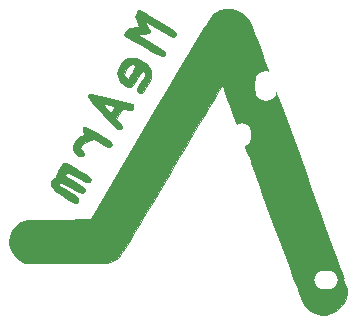
<source format=gbo>
G04 #@! TF.FileFunction,Legend,Bot*
%FSLAX46Y46*%
G04 Gerber Fmt 4.6, Leading zero omitted, Abs format (unit mm)*
G04 Created by KiCad (PCBNEW (2015-01-16 BZR 5376)-product) date 28/04/2015 16:45:27*
%MOMM*%
G01*
G04 APERTURE LIST*
%ADD10C,0.100000*%
%ADD11C,4.000000*%
%ADD12R,1.300000X1.300000*%
%ADD13C,1.300000*%
%ADD14O,1.800000X2.600000*%
%ADD15O,1.524000X2.000000*%
%ADD16O,2.000000X1.540000*%
%ADD17R,1.727200X1.727200*%
%ADD18O,1.727200X1.727200*%
G04 APERTURE END LIST*
D10*
G36*
X140631333Y-106510666D02*
X140710689Y-107008318D01*
X140930179Y-107482024D01*
X141261933Y-107886644D01*
X141652150Y-108164123D01*
X141741827Y-108205919D01*
X141842415Y-108240103D01*
X141970902Y-108267438D01*
X142144272Y-108288685D01*
X142379510Y-108304606D01*
X142693603Y-108315961D01*
X143103535Y-108323514D01*
X143626292Y-108328025D01*
X144278860Y-108330256D01*
X145078225Y-108330968D01*
X145374135Y-108331000D01*
X146413510Y-108328420D01*
X147285675Y-108320647D01*
X147992672Y-108307627D01*
X148536548Y-108289307D01*
X148919345Y-108265634D01*
X149143109Y-108236557D01*
X149157387Y-108233206D01*
X149595417Y-108036103D01*
X149897449Y-107788706D01*
X150003428Y-107656924D01*
X150179819Y-107400468D01*
X150428112Y-107016896D01*
X150749793Y-106503769D01*
X151146352Y-105858644D01*
X151619276Y-105079083D01*
X152170054Y-104162644D01*
X152800173Y-103106885D01*
X153511122Y-101909367D01*
X154304389Y-100567649D01*
X154432126Y-100351166D01*
X155024722Y-99347501D01*
X155593325Y-98386180D01*
X156132018Y-97477115D01*
X156634881Y-96630218D01*
X157095996Y-95855399D01*
X157509445Y-95162570D01*
X157869307Y-94561643D01*
X158169665Y-94062527D01*
X158404600Y-93675136D01*
X158568192Y-93409380D01*
X158654524Y-93275170D01*
X158666614Y-93260333D01*
X158701768Y-93338240D01*
X158791186Y-93565359D01*
X158931194Y-93931791D01*
X159118121Y-94427635D01*
X159348294Y-95042990D01*
X159618039Y-95767955D01*
X159923684Y-96592630D01*
X160261557Y-97507114D01*
X160627985Y-98501507D01*
X161019294Y-99565907D01*
X161431813Y-100690414D01*
X161861869Y-101865128D01*
X162082184Y-102467833D01*
X162651830Y-104024843D01*
X163166493Y-105427020D01*
X163627956Y-106679063D01*
X164038002Y-107785675D01*
X164398411Y-108751556D01*
X164710967Y-109581409D01*
X164977450Y-110279934D01*
X165199644Y-110851833D01*
X165379329Y-111301807D01*
X165518288Y-111634558D01*
X165618303Y-111854787D01*
X165681155Y-111967195D01*
X165684322Y-111971287D01*
X166061113Y-112313767D01*
X166534345Y-112554523D01*
X167053828Y-112676522D01*
X167569370Y-112662732D01*
X167663918Y-112643070D01*
X168134756Y-112481333D01*
X168513745Y-112228014D01*
X168764491Y-111970342D01*
X169066918Y-111492712D01*
X169219751Y-110956010D01*
X169222739Y-110466850D01*
X169189845Y-110352976D01*
X169102757Y-110091310D01*
X168965536Y-109693061D01*
X168782245Y-109169432D01*
X168556945Y-108531631D01*
X168293698Y-107790863D01*
X167996566Y-106958335D01*
X167669611Y-106045252D01*
X167316896Y-105062821D01*
X166942481Y-104022247D01*
X166550430Y-102934736D01*
X166144804Y-101811495D01*
X165729665Y-100663730D01*
X165309075Y-99502646D01*
X164887096Y-98339449D01*
X164467791Y-97185346D01*
X164055220Y-96051542D01*
X163653446Y-94949244D01*
X163266532Y-93889658D01*
X162898538Y-92883989D01*
X162553528Y-91943443D01*
X162235562Y-91079227D01*
X161948704Y-90302547D01*
X161697014Y-89624608D01*
X161484556Y-89056617D01*
X161315390Y-88609780D01*
X161193580Y-88295301D01*
X161127353Y-88133698D01*
X160827979Y-87629135D01*
X160437781Y-87231093D01*
X159982586Y-86947591D01*
X159488219Y-86786645D01*
X158980507Y-86756272D01*
X158485274Y-86864490D01*
X158028347Y-87119315D01*
X157981086Y-87157008D01*
X157905456Y-87241739D01*
X157781511Y-87412720D01*
X157606118Y-87675103D01*
X157376147Y-88034039D01*
X157088466Y-88494676D01*
X156739943Y-89062166D01*
X156327449Y-89741659D01*
X155847850Y-90538305D01*
X155298017Y-91457254D01*
X154674817Y-92503658D01*
X153975120Y-93682665D01*
X153195794Y-94999427D01*
X152604752Y-95999881D01*
X147531666Y-104592597D01*
X144780000Y-104620298D01*
X144022785Y-104628333D01*
X143415459Y-104636453D01*
X142938579Y-104646010D01*
X142572704Y-104658355D01*
X142298394Y-104674840D01*
X142096208Y-104696816D01*
X141946704Y-104725636D01*
X141830442Y-104762649D01*
X141727980Y-104809209D01*
X141676689Y-104836042D01*
X141244689Y-105152807D01*
X140910226Y-105571457D01*
X140697837Y-106052687D01*
X140631333Y-106510666D01*
X140631333Y-106510666D01*
X140631333Y-106510666D01*
G37*
X140631333Y-106510666D02*
X140710689Y-107008318D01*
X140930179Y-107482024D01*
X141261933Y-107886644D01*
X141652150Y-108164123D01*
X141741827Y-108205919D01*
X141842415Y-108240103D01*
X141970902Y-108267438D01*
X142144272Y-108288685D01*
X142379510Y-108304606D01*
X142693603Y-108315961D01*
X143103535Y-108323514D01*
X143626292Y-108328025D01*
X144278860Y-108330256D01*
X145078225Y-108330968D01*
X145374135Y-108331000D01*
X146413510Y-108328420D01*
X147285675Y-108320647D01*
X147992672Y-108307627D01*
X148536548Y-108289307D01*
X148919345Y-108265634D01*
X149143109Y-108236557D01*
X149157387Y-108233206D01*
X149595417Y-108036103D01*
X149897449Y-107788706D01*
X150003428Y-107656924D01*
X150179819Y-107400468D01*
X150428112Y-107016896D01*
X150749793Y-106503769D01*
X151146352Y-105858644D01*
X151619276Y-105079083D01*
X152170054Y-104162644D01*
X152800173Y-103106885D01*
X153511122Y-101909367D01*
X154304389Y-100567649D01*
X154432126Y-100351166D01*
X155024722Y-99347501D01*
X155593325Y-98386180D01*
X156132018Y-97477115D01*
X156634881Y-96630218D01*
X157095996Y-95855399D01*
X157509445Y-95162570D01*
X157869307Y-94561643D01*
X158169665Y-94062527D01*
X158404600Y-93675136D01*
X158568192Y-93409380D01*
X158654524Y-93275170D01*
X158666614Y-93260333D01*
X158701768Y-93338240D01*
X158791186Y-93565359D01*
X158931194Y-93931791D01*
X159118121Y-94427635D01*
X159348294Y-95042990D01*
X159618039Y-95767955D01*
X159923684Y-96592630D01*
X160261557Y-97507114D01*
X160627985Y-98501507D01*
X161019294Y-99565907D01*
X161431813Y-100690414D01*
X161861869Y-101865128D01*
X162082184Y-102467833D01*
X162651830Y-104024843D01*
X163166493Y-105427020D01*
X163627956Y-106679063D01*
X164038002Y-107785675D01*
X164398411Y-108751556D01*
X164710967Y-109581409D01*
X164977450Y-110279934D01*
X165199644Y-110851833D01*
X165379329Y-111301807D01*
X165518288Y-111634558D01*
X165618303Y-111854787D01*
X165681155Y-111967195D01*
X165684322Y-111971287D01*
X166061113Y-112313767D01*
X166534345Y-112554523D01*
X167053828Y-112676522D01*
X167569370Y-112662732D01*
X167663918Y-112643070D01*
X168134756Y-112481333D01*
X168513745Y-112228014D01*
X168764491Y-111970342D01*
X169066918Y-111492712D01*
X169219751Y-110956010D01*
X169222739Y-110466850D01*
X169189845Y-110352976D01*
X169102757Y-110091310D01*
X168965536Y-109693061D01*
X168782245Y-109169432D01*
X168556945Y-108531631D01*
X168293698Y-107790863D01*
X167996566Y-106958335D01*
X167669611Y-106045252D01*
X167316896Y-105062821D01*
X166942481Y-104022247D01*
X166550430Y-102934736D01*
X166144804Y-101811495D01*
X165729665Y-100663730D01*
X165309075Y-99502646D01*
X164887096Y-98339449D01*
X164467791Y-97185346D01*
X164055220Y-96051542D01*
X163653446Y-94949244D01*
X163266532Y-93889658D01*
X162898538Y-92883989D01*
X162553528Y-91943443D01*
X162235562Y-91079227D01*
X161948704Y-90302547D01*
X161697014Y-89624608D01*
X161484556Y-89056617D01*
X161315390Y-88609780D01*
X161193580Y-88295301D01*
X161127353Y-88133698D01*
X160827979Y-87629135D01*
X160437781Y-87231093D01*
X159982586Y-86947591D01*
X159488219Y-86786645D01*
X158980507Y-86756272D01*
X158485274Y-86864490D01*
X158028347Y-87119315D01*
X157981086Y-87157008D01*
X157905456Y-87241739D01*
X157781511Y-87412720D01*
X157606118Y-87675103D01*
X157376147Y-88034039D01*
X157088466Y-88494676D01*
X156739943Y-89062166D01*
X156327449Y-89741659D01*
X155847850Y-90538305D01*
X155298017Y-91457254D01*
X154674817Y-92503658D01*
X153975120Y-93682665D01*
X153195794Y-94999427D01*
X152604752Y-95999881D01*
X147531666Y-104592597D01*
X144780000Y-104620298D01*
X144022785Y-104628333D01*
X143415459Y-104636453D01*
X142938579Y-104646010D01*
X142572704Y-104658355D01*
X142298394Y-104674840D01*
X142096208Y-104696816D01*
X141946704Y-104725636D01*
X141830442Y-104762649D01*
X141727980Y-104809209D01*
X141676689Y-104836042D01*
X141244689Y-105152807D01*
X140910226Y-105571457D01*
X140697837Y-106052687D01*
X140631333Y-106510666D01*
X140631333Y-106510666D01*
G36*
X144189509Y-101633690D02*
X144215858Y-101811816D01*
X144320107Y-101984931D01*
X144520490Y-102175800D01*
X144835242Y-102407188D01*
X145201471Y-102649596D01*
X145559191Y-102874839D01*
X145873361Y-103061664D01*
X146113156Y-103192512D01*
X146247748Y-103249826D01*
X146257406Y-103251000D01*
X146393609Y-103183774D01*
X146472295Y-103083607D01*
X146508385Y-102975487D01*
X146482965Y-102867013D01*
X146378181Y-102740670D01*
X146176181Y-102578941D01*
X145859109Y-102364311D01*
X145518068Y-102147428D01*
X145211290Y-101950132D01*
X144966869Y-101783658D01*
X144815078Y-101669193D01*
X144780140Y-101631041D01*
X144850575Y-101570266D01*
X144961916Y-101529844D01*
X145125123Y-101544909D01*
X145394632Y-101653021D01*
X145782086Y-101859167D01*
X145927770Y-101943643D01*
X146331703Y-102169968D01*
X146621179Y-102300623D01*
X146818150Y-102340272D01*
X146944566Y-102293579D01*
X147018581Y-102175388D01*
X147036509Y-102077665D01*
X146997719Y-101979228D01*
X146882237Y-101862354D01*
X146670089Y-101709321D01*
X146341301Y-101502407D01*
X146088946Y-101350520D01*
X145766017Y-101151698D01*
X145505393Y-100979600D01*
X145336785Y-100854614D01*
X145288000Y-100800955D01*
X145359577Y-100728866D01*
X145494177Y-100677609D01*
X145643199Y-100677567D01*
X145854054Y-100749020D01*
X146154712Y-100903389D01*
X146404344Y-101049269D01*
X146835057Y-101291748D01*
X147150353Y-101428570D01*
X147364108Y-101463424D01*
X147490198Y-101400004D01*
X147519951Y-101346000D01*
X147543953Y-101236730D01*
X147514286Y-101130790D01*
X147412433Y-101011802D01*
X147219879Y-100863389D01*
X146918107Y-100669173D01*
X146488600Y-100412776D01*
X146418322Y-100371629D01*
X145978695Y-100119504D01*
X145659794Y-99949741D01*
X145440123Y-99852792D01*
X145298189Y-99819108D01*
X145215397Y-99837249D01*
X145081923Y-99984140D01*
X145047478Y-100071597D01*
X144967374Y-100242018D01*
X144856978Y-100380022D01*
X144734430Y-100586638D01*
X144695333Y-100782076D01*
X144640321Y-100999900D01*
X144486002Y-101117863D01*
X144306799Y-101267328D01*
X144222824Y-101427787D01*
X144189509Y-101633690D01*
X144189509Y-101633690D01*
X144189509Y-101633690D01*
G37*
X144189509Y-101633690D02*
X144215858Y-101811816D01*
X144320107Y-101984931D01*
X144520490Y-102175800D01*
X144835242Y-102407188D01*
X145201471Y-102649596D01*
X145559191Y-102874839D01*
X145873361Y-103061664D01*
X146113156Y-103192512D01*
X146247748Y-103249826D01*
X146257406Y-103251000D01*
X146393609Y-103183774D01*
X146472295Y-103083607D01*
X146508385Y-102975487D01*
X146482965Y-102867013D01*
X146378181Y-102740670D01*
X146176181Y-102578941D01*
X145859109Y-102364311D01*
X145518068Y-102147428D01*
X145211290Y-101950132D01*
X144966869Y-101783658D01*
X144815078Y-101669193D01*
X144780140Y-101631041D01*
X144850575Y-101570266D01*
X144961916Y-101529844D01*
X145125123Y-101544909D01*
X145394632Y-101653021D01*
X145782086Y-101859167D01*
X145927770Y-101943643D01*
X146331703Y-102169968D01*
X146621179Y-102300623D01*
X146818150Y-102340272D01*
X146944566Y-102293579D01*
X147018581Y-102175388D01*
X147036509Y-102077665D01*
X146997719Y-101979228D01*
X146882237Y-101862354D01*
X146670089Y-101709321D01*
X146341301Y-101502407D01*
X146088946Y-101350520D01*
X145766017Y-101151698D01*
X145505393Y-100979600D01*
X145336785Y-100854614D01*
X145288000Y-100800955D01*
X145359577Y-100728866D01*
X145494177Y-100677609D01*
X145643199Y-100677567D01*
X145854054Y-100749020D01*
X146154712Y-100903389D01*
X146404344Y-101049269D01*
X146835057Y-101291748D01*
X147150353Y-101428570D01*
X147364108Y-101463424D01*
X147490198Y-101400004D01*
X147519951Y-101346000D01*
X147543953Y-101236730D01*
X147514286Y-101130790D01*
X147412433Y-101011802D01*
X147219879Y-100863389D01*
X146918107Y-100669173D01*
X146488600Y-100412776D01*
X146418322Y-100371629D01*
X145978695Y-100119504D01*
X145659794Y-99949741D01*
X145440123Y-99852792D01*
X145298189Y-99819108D01*
X145215397Y-99837249D01*
X145081923Y-99984140D01*
X145047478Y-100071597D01*
X144967374Y-100242018D01*
X144856978Y-100380022D01*
X144734430Y-100586638D01*
X144695333Y-100782076D01*
X144640321Y-100999900D01*
X144486002Y-101117863D01*
X144306799Y-101267328D01*
X144222824Y-101427787D01*
X144189509Y-101633690D01*
X144189509Y-101633690D01*
G36*
X146072175Y-98405259D02*
X146075860Y-98729993D01*
X146213521Y-99015070D01*
X146257818Y-99063848D01*
X146469763Y-99208714D01*
X146701991Y-99272815D01*
X146890253Y-99241572D01*
X146924889Y-99215222D01*
X146982470Y-99054184D01*
X146916027Y-98864888D01*
X146790833Y-98739517D01*
X146666217Y-98637487D01*
X146653007Y-98532846D01*
X146729544Y-98369357D01*
X146888375Y-98182222D01*
X147161797Y-98029281D01*
X147326609Y-97966757D01*
X147794464Y-97804848D01*
X148403294Y-98166547D01*
X148769143Y-98366050D01*
X149026932Y-98459294D01*
X149197919Y-98449343D01*
X149303359Y-98339261D01*
X149321059Y-98298842D01*
X149336694Y-98199221D01*
X149292503Y-98095511D01*
X149170107Y-97972250D01*
X148951124Y-97813981D01*
X148617175Y-97605244D01*
X148214141Y-97367843D01*
X147744413Y-97107856D01*
X147365116Y-96924267D01*
X147089534Y-96822282D01*
X146930951Y-96807103D01*
X146896666Y-96851741D01*
X146870462Y-96951719D01*
X146849464Y-97010158D01*
X146864949Y-97162493D01*
X146933504Y-97264409D01*
X147000653Y-97354996D01*
X146964281Y-97429511D01*
X146800524Y-97524953D01*
X146748991Y-97550492D01*
X146420340Y-97779769D01*
X146190868Y-98076604D01*
X146072175Y-98405259D01*
X146072175Y-98405259D01*
X146072175Y-98405259D01*
G37*
X146072175Y-98405259D02*
X146075860Y-98729993D01*
X146213521Y-99015070D01*
X146257818Y-99063848D01*
X146469763Y-99208714D01*
X146701991Y-99272815D01*
X146890253Y-99241572D01*
X146924889Y-99215222D01*
X146982470Y-99054184D01*
X146916027Y-98864888D01*
X146790833Y-98739517D01*
X146666217Y-98637487D01*
X146653007Y-98532846D01*
X146729544Y-98369357D01*
X146888375Y-98182222D01*
X147161797Y-98029281D01*
X147326609Y-97966757D01*
X147794464Y-97804848D01*
X148403294Y-98166547D01*
X148769143Y-98366050D01*
X149026932Y-98459294D01*
X149197919Y-98449343D01*
X149303359Y-98339261D01*
X149321059Y-98298842D01*
X149336694Y-98199221D01*
X149292503Y-98095511D01*
X149170107Y-97972250D01*
X148951124Y-97813981D01*
X148617175Y-97605244D01*
X148214141Y-97367843D01*
X147744413Y-97107856D01*
X147365116Y-96924267D01*
X147089534Y-96822282D01*
X146930951Y-96807103D01*
X146896666Y-96851741D01*
X146870462Y-96951719D01*
X146849464Y-97010158D01*
X146864949Y-97162493D01*
X146933504Y-97264409D01*
X147000653Y-97354996D01*
X146964281Y-97429511D01*
X146800524Y-97524953D01*
X146748991Y-97550492D01*
X146420340Y-97779769D01*
X146190868Y-98076604D01*
X146072175Y-98405259D01*
X146072175Y-98405259D01*
G36*
X147332561Y-94160703D02*
X147408602Y-94339591D01*
X147579047Y-94591405D01*
X147851624Y-94928139D01*
X148234059Y-95361784D01*
X148547666Y-95703951D01*
X148577010Y-95735216D01*
X148577010Y-94827587D01*
X148632333Y-94813506D01*
X148815348Y-94862165D01*
X149080694Y-94929443D01*
X149202831Y-94959637D01*
X149603996Y-95057931D01*
X149459743Y-95302132D01*
X149348886Y-95467764D01*
X149271224Y-95545503D01*
X149266707Y-95546333D01*
X149187175Y-95490095D01*
X149027589Y-95343283D01*
X148840461Y-95156002D01*
X148644914Y-94940074D01*
X148577010Y-94827587D01*
X148577010Y-95735216D01*
X148989430Y-96174648D01*
X149336373Y-96527285D01*
X149603068Y-96773061D01*
X149804087Y-96923173D01*
X149954003Y-96988817D01*
X150067386Y-96981191D01*
X150142222Y-96929222D01*
X150196644Y-96764891D01*
X150101337Y-96540537D01*
X149938696Y-96344506D01*
X149678725Y-96076284D01*
X149945846Y-95642157D01*
X150102899Y-95401126D01*
X150217649Y-95279503D01*
X150328683Y-95247933D01*
X150438650Y-95267232D01*
X150697034Y-95315318D01*
X150876000Y-95330550D01*
X151027616Y-95306485D01*
X151082732Y-95192216D01*
X151087666Y-95083747D01*
X151087666Y-94832828D01*
X149322285Y-94379469D01*
X148795292Y-94247696D01*
X148319383Y-94135439D01*
X147920392Y-94048246D01*
X147624154Y-93991664D01*
X147456504Y-93971241D01*
X147432781Y-93973740D01*
X147343197Y-94042750D01*
X147332561Y-94160703D01*
X147332561Y-94160703D01*
X147332561Y-94160703D01*
G37*
X147332561Y-94160703D02*
X147408602Y-94339591D01*
X147579047Y-94591405D01*
X147851624Y-94928139D01*
X148234059Y-95361784D01*
X148547666Y-95703951D01*
X148577010Y-95735216D01*
X148577010Y-94827587D01*
X148632333Y-94813506D01*
X148815348Y-94862165D01*
X149080694Y-94929443D01*
X149202831Y-94959637D01*
X149603996Y-95057931D01*
X149459743Y-95302132D01*
X149348886Y-95467764D01*
X149271224Y-95545503D01*
X149266707Y-95546333D01*
X149187175Y-95490095D01*
X149027589Y-95343283D01*
X148840461Y-95156002D01*
X148644914Y-94940074D01*
X148577010Y-94827587D01*
X148577010Y-95735216D01*
X148989430Y-96174648D01*
X149336373Y-96527285D01*
X149603068Y-96773061D01*
X149804087Y-96923173D01*
X149954003Y-96988817D01*
X150067386Y-96981191D01*
X150142222Y-96929222D01*
X150196644Y-96764891D01*
X150101337Y-96540537D01*
X149938696Y-96344506D01*
X149678725Y-96076284D01*
X149945846Y-95642157D01*
X150102899Y-95401126D01*
X150217649Y-95279503D01*
X150328683Y-95247933D01*
X150438650Y-95267232D01*
X150697034Y-95315318D01*
X150876000Y-95330550D01*
X151027616Y-95306485D01*
X151082732Y-95192216D01*
X151087666Y-95083747D01*
X151087666Y-94832828D01*
X149322285Y-94379469D01*
X148795292Y-94247696D01*
X148319383Y-94135439D01*
X147920392Y-94048246D01*
X147624154Y-93991664D01*
X147456504Y-93971241D01*
X147432781Y-93973740D01*
X147343197Y-94042750D01*
X147332561Y-94160703D01*
X147332561Y-94160703D01*
G36*
X149808132Y-92311492D02*
X149817919Y-92402457D01*
X149905328Y-92734562D01*
X150046408Y-92966084D01*
X150287519Y-93165618D01*
X150369958Y-93219235D01*
X150402811Y-93238224D01*
X150402811Y-92371505D01*
X150416395Y-92153006D01*
X150519952Y-91892993D01*
X150676503Y-91662009D01*
X150842304Y-91533067D01*
X151073556Y-91484989D01*
X151267949Y-91510853D01*
X151340835Y-91565654D01*
X151325508Y-91673793D01*
X151237662Y-91882751D01*
X151095466Y-92150344D01*
X151070876Y-92192418D01*
X150896872Y-92472765D01*
X150774823Y-92626232D01*
X150680275Y-92677049D01*
X150602044Y-92656986D01*
X150467057Y-92516928D01*
X150402811Y-92371505D01*
X150402811Y-93238224D01*
X150611709Y-93358970D01*
X150798687Y-93417093D01*
X150959086Y-93379480D01*
X151121096Y-93232005D01*
X151312911Y-92960541D01*
X151502458Y-92651795D01*
X151708686Y-92310466D01*
X151846563Y-92096825D01*
X151934278Y-91993009D01*
X151990025Y-91981161D01*
X152031995Y-92043419D01*
X152057395Y-92106973D01*
X152109454Y-92241918D01*
X152130694Y-92340696D01*
X152108953Y-92444594D01*
X152032065Y-92594901D01*
X151887866Y-92832904D01*
X151802644Y-92971661D01*
X151588274Y-93367399D01*
X151498178Y-93653959D01*
X151531785Y-93836567D01*
X151688526Y-93920447D01*
X151698995Y-93922060D01*
X151829156Y-93904225D01*
X151963512Y-93793144D01*
X152132731Y-93561436D01*
X152173128Y-93498727D01*
X152398140Y-93136846D01*
X152543754Y-92873800D01*
X152626297Y-92668743D01*
X152662095Y-92480829D01*
X152667472Y-92269211D01*
X152667337Y-92262227D01*
X152631240Y-91946630D01*
X152519588Y-91696008D01*
X152305668Y-91474738D01*
X151962764Y-91247193D01*
X151863901Y-91190817D01*
X151417528Y-90980324D01*
X151044704Y-90899103D01*
X150713387Y-90944045D01*
X150476806Y-91056263D01*
X150218975Y-91287072D01*
X150002395Y-91612423D01*
X149855851Y-91973501D01*
X149808132Y-92311492D01*
X149808132Y-92311492D01*
X149808132Y-92311492D01*
G37*
X149808132Y-92311492D02*
X149817919Y-92402457D01*
X149905328Y-92734562D01*
X150046408Y-92966084D01*
X150287519Y-93165618D01*
X150369958Y-93219235D01*
X150402811Y-93238224D01*
X150402811Y-92371505D01*
X150416395Y-92153006D01*
X150519952Y-91892993D01*
X150676503Y-91662009D01*
X150842304Y-91533067D01*
X151073556Y-91484989D01*
X151267949Y-91510853D01*
X151340835Y-91565654D01*
X151325508Y-91673793D01*
X151237662Y-91882751D01*
X151095466Y-92150344D01*
X151070876Y-92192418D01*
X150896872Y-92472765D01*
X150774823Y-92626232D01*
X150680275Y-92677049D01*
X150602044Y-92656986D01*
X150467057Y-92516928D01*
X150402811Y-92371505D01*
X150402811Y-93238224D01*
X150611709Y-93358970D01*
X150798687Y-93417093D01*
X150959086Y-93379480D01*
X151121096Y-93232005D01*
X151312911Y-92960541D01*
X151502458Y-92651795D01*
X151708686Y-92310466D01*
X151846563Y-92096825D01*
X151934278Y-91993009D01*
X151990025Y-91981161D01*
X152031995Y-92043419D01*
X152057395Y-92106973D01*
X152109454Y-92241918D01*
X152130694Y-92340696D01*
X152108953Y-92444594D01*
X152032065Y-92594901D01*
X151887866Y-92832904D01*
X151802644Y-92971661D01*
X151588274Y-93367399D01*
X151498178Y-93653959D01*
X151531785Y-93836567D01*
X151688526Y-93920447D01*
X151698995Y-93922060D01*
X151829156Y-93904225D01*
X151963512Y-93793144D01*
X152132731Y-93561436D01*
X152173128Y-93498727D01*
X152398140Y-93136846D01*
X152543754Y-92873800D01*
X152626297Y-92668743D01*
X152662095Y-92480829D01*
X152667472Y-92269211D01*
X152667337Y-92262227D01*
X152631240Y-91946630D01*
X152519588Y-91696008D01*
X152305668Y-91474738D01*
X151962764Y-91247193D01*
X151863901Y-91190817D01*
X151417528Y-90980324D01*
X151044704Y-90899103D01*
X150713387Y-90944045D01*
X150476806Y-91056263D01*
X150218975Y-91287072D01*
X150002395Y-91612423D01*
X149855851Y-91973501D01*
X149808132Y-92311492D01*
X149808132Y-92311492D01*
G36*
X150402018Y-88983756D02*
X150422202Y-89023680D01*
X150556772Y-89120969D01*
X150804253Y-89277332D01*
X151137183Y-89477294D01*
X151528104Y-89705379D01*
X151949555Y-89946113D01*
X152374077Y-90184018D01*
X152774209Y-90403620D01*
X153122491Y-90589442D01*
X153391464Y-90726011D01*
X153553667Y-90797849D01*
X153582996Y-90805000D01*
X153750007Y-90746258D01*
X153813132Y-90666491D01*
X153834574Y-90565649D01*
X153805611Y-90465427D01*
X153708499Y-90350851D01*
X153525494Y-90206948D01*
X153238852Y-90018743D01*
X152830831Y-89771262D01*
X152569333Y-89616839D01*
X152131564Y-89352876D01*
X151814894Y-89147256D01*
X151627964Y-89006086D01*
X151579415Y-88935474D01*
X151595666Y-88928652D01*
X151784999Y-88916950D01*
X152052947Y-88907834D01*
X152143825Y-88906022D01*
X152426033Y-88862159D01*
X152558582Y-88747726D01*
X152536673Y-88571507D01*
X152417394Y-88405613D01*
X152268504Y-88194990D01*
X152188240Y-88019189D01*
X152126351Y-87815712D01*
X152411342Y-87990709D01*
X153012887Y-88354556D01*
X153539060Y-88661729D01*
X153975636Y-88904487D01*
X154308392Y-89075089D01*
X154523103Y-89165794D01*
X154593297Y-89178122D01*
X154703365Y-89084241D01*
X154753857Y-88933571D01*
X154752164Y-88854535D01*
X154715908Y-88774232D01*
X154627296Y-88679255D01*
X154468539Y-88556197D01*
X154221845Y-88391650D01*
X153869423Y-88172207D01*
X153393483Y-87884460D01*
X153238116Y-87791294D01*
X152778778Y-87516560D01*
X152369042Y-87272316D01*
X152030962Y-87071641D01*
X151786590Y-86927612D01*
X151657979Y-86853308D01*
X151644637Y-86846292D01*
X151575947Y-86898949D01*
X151468791Y-87056839D01*
X151434161Y-87118459D01*
X151346204Y-87295517D01*
X151320214Y-87431712D01*
X151358303Y-87593236D01*
X151456950Y-87833195D01*
X151557759Y-88075684D01*
X151623488Y-88249427D01*
X151638000Y-88301862D01*
X151563120Y-88332884D01*
X151377478Y-88349838D01*
X151320500Y-88350822D01*
X151058391Y-88364189D01*
X150842960Y-88395246D01*
X150827191Y-88399189D01*
X150679326Y-88490622D01*
X150535798Y-88654575D01*
X150431674Y-88836977D01*
X150402018Y-88983756D01*
X150402018Y-88983756D01*
X150402018Y-88983756D01*
G37*
X150402018Y-88983756D02*
X150422202Y-89023680D01*
X150556772Y-89120969D01*
X150804253Y-89277332D01*
X151137183Y-89477294D01*
X151528104Y-89705379D01*
X151949555Y-89946113D01*
X152374077Y-90184018D01*
X152774209Y-90403620D01*
X153122491Y-90589442D01*
X153391464Y-90726011D01*
X153553667Y-90797849D01*
X153582996Y-90805000D01*
X153750007Y-90746258D01*
X153813132Y-90666491D01*
X153834574Y-90565649D01*
X153805611Y-90465427D01*
X153708499Y-90350851D01*
X153525494Y-90206948D01*
X153238852Y-90018743D01*
X152830831Y-89771262D01*
X152569333Y-89616839D01*
X152131564Y-89352876D01*
X151814894Y-89147256D01*
X151627964Y-89006086D01*
X151579415Y-88935474D01*
X151595666Y-88928652D01*
X151784999Y-88916950D01*
X152052947Y-88907834D01*
X152143825Y-88906022D01*
X152426033Y-88862159D01*
X152558582Y-88747726D01*
X152536673Y-88571507D01*
X152417394Y-88405613D01*
X152268504Y-88194990D01*
X152188240Y-88019189D01*
X152126351Y-87815712D01*
X152411342Y-87990709D01*
X153012887Y-88354556D01*
X153539060Y-88661729D01*
X153975636Y-88904487D01*
X154308392Y-89075089D01*
X154523103Y-89165794D01*
X154593297Y-89178122D01*
X154703365Y-89084241D01*
X154753857Y-88933571D01*
X154752164Y-88854535D01*
X154715908Y-88774232D01*
X154627296Y-88679255D01*
X154468539Y-88556197D01*
X154221845Y-88391650D01*
X153869423Y-88172207D01*
X153393483Y-87884460D01*
X153238116Y-87791294D01*
X152778778Y-87516560D01*
X152369042Y-87272316D01*
X152030962Y-87071641D01*
X151786590Y-86927612D01*
X151657979Y-86853308D01*
X151644637Y-86846292D01*
X151575947Y-86898949D01*
X151468791Y-87056839D01*
X151434161Y-87118459D01*
X151346204Y-87295517D01*
X151320214Y-87431712D01*
X151358303Y-87593236D01*
X151456950Y-87833195D01*
X151557759Y-88075684D01*
X151623488Y-88249427D01*
X151638000Y-88301862D01*
X151563120Y-88332884D01*
X151377478Y-88349838D01*
X151320500Y-88350822D01*
X151058391Y-88364189D01*
X150842960Y-88395246D01*
X150827191Y-88399189D01*
X150679326Y-88490622D01*
X150535798Y-88654575D01*
X150431674Y-88836977D01*
X150402018Y-88983756D01*
X150402018Y-88983756D01*
%LPC*%
D11*
X91440000Y-88900000D03*
X157480000Y-109220000D03*
X178435000Y-88900000D03*
X112395000Y-109220000D03*
D12*
X125000000Y-87500000D03*
D13*
X125000000Y-90000000D03*
D14*
X162350000Y-93350000D03*
X177650000Y-93350000D03*
X177650000Y-106650000D03*
X162350000Y-106650000D03*
D15*
X160350000Y-100000000D03*
X160350000Y-97500000D03*
X160350000Y-102500000D03*
D16*
X170000000Y-109750000D03*
X167500000Y-109750000D03*
X172500000Y-109750000D03*
D15*
X166750000Y-91750000D03*
X173250000Y-91750000D03*
X173250000Y-87250000D03*
X166750000Y-87250000D03*
D14*
X92350000Y-93350000D03*
X107650000Y-93350000D03*
X107650000Y-106650000D03*
X92350000Y-106650000D03*
D15*
X90350000Y-100000000D03*
X90350000Y-97500000D03*
X90350000Y-102500000D03*
D16*
X100000000Y-109750000D03*
X97500000Y-109750000D03*
X102500000Y-109750000D03*
D15*
X96750000Y-91750000D03*
X103250000Y-91750000D03*
X103250000Y-87250000D03*
X96750000Y-87250000D03*
D17*
X130302000Y-91440000D03*
D18*
X130302000Y-88900000D03*
X132842000Y-91440000D03*
X132842000Y-88900000D03*
X135382000Y-91440000D03*
X135382000Y-88900000D03*
X137922000Y-91440000D03*
X137922000Y-88900000D03*
X140462000Y-91440000D03*
X140462000Y-88900000D03*
M02*

</source>
